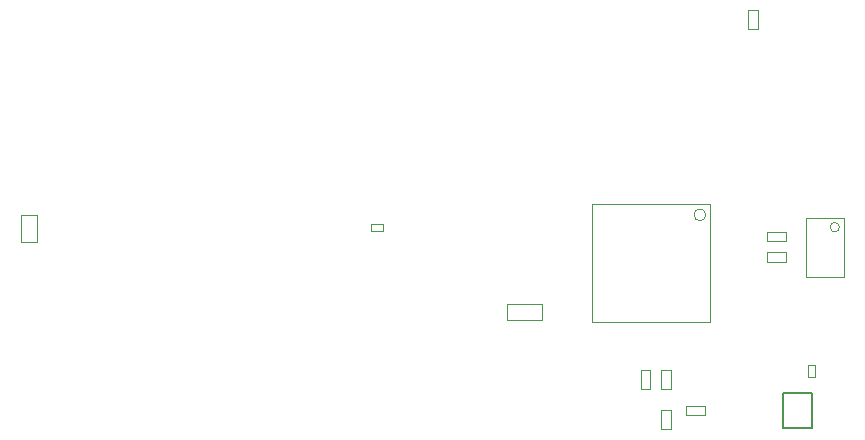
<source format=gbr>
%TF.GenerationSoftware,Altium Limited,Altium Designer,25.8.1 (18)*%
G04 Layer_Color=8388736*
%FSLAX45Y45*%
%MOMM*%
%TF.SameCoordinates,E40C52F6-B12D-486C-AAC2-1DB2447C0C70*%
%TF.FilePolarity,Positive*%
%TF.FileFunction,Other,Bottom_3D_Body*%
%TF.Part,Single*%
G01*
G75*
%TA.AperFunction,NonConductor*%
%ADD62C,0.15000*%
%ADD64C,0.10000*%
D62*
X7282576Y3399999D02*
X7532576D01*
Y3099999D02*
Y3399999D01*
X7282576Y3099999D02*
X7532576D01*
X7282576D02*
Y3399999D01*
D64*
X7762569Y4803104D02*
G03*
X7762569Y4803104I-40000J0D01*
G01*
X6630079Y4907801D02*
G03*
X6630079Y4907801I-50000J0D01*
G01*
X5245942Y4016697D02*
Y4156697D01*
X4945942Y4016697D02*
Y4156697D01*
Y4016697D02*
X5245942D01*
X4945942Y4156697D02*
X5245942D01*
X6463079Y3209999D02*
X6623079D01*
X6463079Y3289999D02*
X6623079D01*
X6463079Y3209999D02*
Y3289999D01*
X6623079Y3209999D02*
Y3289999D01*
X7070630Y6478433D02*
Y6638432D01*
X6990630Y6478433D02*
Y6638432D01*
Y6478433D02*
X7070630D01*
X6990630Y6638432D02*
X7070630D01*
X7149414Y4765769D02*
X7309414D01*
X7149414Y4685770D02*
X7309414D01*
Y4765769D01*
X7149414Y4685770D02*
Y4765769D01*
X7497577Y3532111D02*
X7557577D01*
X7497577Y3632111D02*
X7557577D01*
Y3532111D02*
Y3632111D01*
X7497577Y3532111D02*
Y3632111D01*
X834401Y4673801D02*
Y4903801D01*
X969401Y4673801D02*
Y4903801D01*
X834401D02*
X969401D01*
X834401Y4673801D02*
X969401D01*
X6080079Y3591029D02*
X6160079D01*
X6080079Y3431029D02*
X6160079D01*
X6080079D02*
Y3591029D01*
X6160079Y3431029D02*
Y3591029D01*
X6255079Y3591279D02*
X6335079D01*
X6255079Y3431279D02*
X6335079D01*
X6255079D02*
Y3591279D01*
X6335079Y3431279D02*
Y3591279D01*
X6254954Y3094999D02*
X6334954D01*
X6254954Y3254999D02*
X6334954D01*
Y3094999D02*
Y3254999D01*
X6254954Y3094999D02*
Y3254999D01*
X7482576Y4883112D02*
X7802576D01*
Y4383112D02*
Y4883112D01*
X7482576Y4383112D02*
X7802576D01*
X7482576D02*
Y4883112D01*
X7146900Y4510612D02*
Y4590612D01*
X7306900Y4510612D02*
Y4590612D01*
X7146900Y4510612D02*
X7306900D01*
X7146900Y4590612D02*
X7306900D01*
X6670079Y3997802D02*
Y4997801D01*
X5670079Y3997802D02*
Y4997801D01*
X6670079D01*
X5670079Y3997802D02*
X6670079D01*
X3799401Y4831800D02*
X3899401D01*
X3799401Y4771800D02*
X3899401D01*
Y4831800D01*
X3799401Y4771800D02*
Y4831800D01*
%TF.MD5,b6a56e98e6f96cce3cb6446ccc301bb6*%
M02*

</source>
